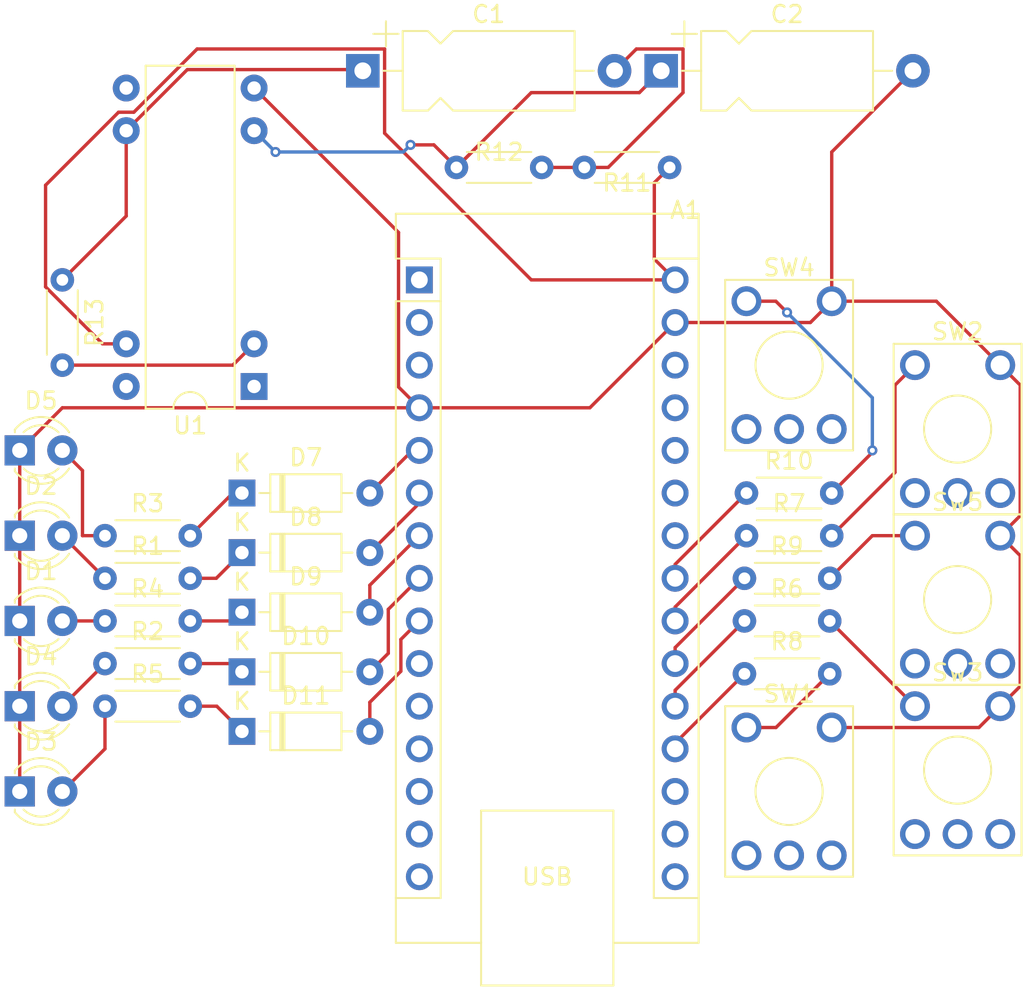
<source format=kicad_pcb>
(kicad_pcb (version 20221018) (generator pcbnew)
  (layers (0 "F.Cu" signal) (31 "B.Cu" signal) (34 "B.Paste" user) (35 "F.Paste" user) (36 "B.SilkS" user "B.Silkscreen") (37 "F.SilkS" user "F.Silkscreen") (38 "B.Mask" user) (39 "F.Mask" user) (44 "Edge.Cuts" user))
  (net 0 "")
  (net 4 "GND")
  (net 5 "Net-(A1-D2)")
  (net 6 "Net-(A1-D3)")
  (net 7 "Net-(A1-D4)")
  (net 8 "Net-(A1-D5)")
  (net 9 "Net-(A1-D6)")
  (net 19 "Net-(A1-A0)")
  (net 20 "Net-(A1-A1)")
  (net 21 "Net-(A1-A2)")
  (net 22 "Net-(A1-A3)")
  (net 23 "Net-(A1-SDA{slash}A4)")
  (net 29 "VCC")
  (net 30 "Net-(C1-Pad1)")
  (net 31 "Net-(C1-Pad2)")
  (net 32 "Net-(U1-+)")
  (net 33 "Net-(D1-A)")
  (net 34 "Net-(D2-A)")
  (net 35 "Net-(D3-A)")
  (net 36 "Net-(D4-A)")
  (net 37 "Net-(D5-A)")
  (net 38 "Net-(D7-K)")
  (net 39 "Net-(D8-K)")
  (net 40 "Net-(D9-K)")
  (net 41 "Net-(D10-K)")
  (net 42 "Net-(D11-K)")
  (net 43 "Net-(R6-Pad2)")
  (net 44 "Net-(R7-Pad2)")
  (net 45 "Net-(R8-Pad2)")
  (net 46 "Net-(R9-Pad2)")
  (net 47 "Net-(R10-Pad2)")
  (net 48 "Net-(U1--)")
  (footprint "Button_Switch_THT:KSA_Tactile_SPST" (layer "F.Cu") (at 152.4 66.04)
    (fp_text reference "SW2" (at 2.54 -2) (layer "F.SilkS"))
    (fp_text value "SW_Push")
    (fp_line (start -1.27 -1.27) (end -1.27 8.89) (stroke (width 0.12)) (layer "F.SilkS"))
    (fp_line (start -1.27 -1.27) (end 6.35 -1.27) (stroke (width 0.12)) (layer "F.SilkS"))
    (fp_line (start -1.27 8.89) (end 6.35 8.89) (stroke (width 0.12)) (layer "F.SilkS"))
    (fp_line (start 6.35 8.89) (end 6.35 -1.27) (stroke (width 0.12)) (layer "F.SilkS"))
    (fp_circle (center 2.54 3.81) (end 0.54 3.81) (stroke (width 0.12)) (fill none) (layer "F.SilkS"))
    (pad "1" thru_hole circle (at 0 0) (size 1.778 1.778) (drill 1.143) (layers "*.Cu" "*.Mask") (net 44 "Net-(R7-Pad2)"))
    (pad "2" thru_hole circle (at 5.08 0) (size 1.778 1.778) (drill 1.143) (layers "*.Cu" "*.Mask") (net 4 "GND"))
    (pad "3" thru_hole circle (at 5.08 7.62) (size 1.778 1.778) (drill 1.143) (layers "*.Cu" "*.Mask"))
    (pad "4" thru_hole circle (at 2.54 7.62) (size 1.778 1.778) (drill 1.143) (layers "*.Cu" "*.Mask"))
    (pad "5" thru_hole circle (at 0 7.62) (size 1.778 1.778) (drill 1.143) (layers "*.Cu" "*.Mask"))
  )
  (footprint "Resistor_THT:R_Axial_DIN0204_L3.6mm_D1.6mm_P5.08mm_Horizontal" (layer "F.Cu") (at 104.14 86.36)
    (fp_text reference "R5" (at 2.54 -1.92) (layer "F.SilkS"))
    (fp_text value "220")
    (fp_line (start 0.62 -0.92) (end 4.46 -0.92) (stroke (width 0.12)) (layer "F.SilkS"))
    (fp_line (start 0.62 0.92) (end 4.46 0.92) (stroke (width 0.12)) (layer "F.SilkS"))
    (pad "1" thru_hole circle (at 0 0) (size 1.4 1.4) (drill 0.7) (layers "*.Cu" "*.Mask") (net 35 "Net-(D3-A)"))
    (pad "2" thru_hole oval (at 5.08 0) (size 1.4 1.4) (drill 0.7) (layers "*.Cu" "*.Mask") (net 42 "Net-(D11-K)"))
  )
  (footprint "Resistor_THT:R_Axial_DIN0204_L3.6mm_D1.6mm_P5.08mm_Horizontal" (layer "F.Cu") (at 142.36 76.2)
    (fp_text reference "R7" (at 2.54 -1.92) (layer "F.SilkS"))
    (fp_text value "R")
    (fp_line (start 0.62 -0.92) (end 4.46 -0.92) (stroke (width 0.12)) (layer "F.SilkS"))
    (fp_line (start 0.62 0.92) (end 4.46 0.92) (stroke (width 0.12)) (layer "F.SilkS"))
    (pad "1" thru_hole circle (at 0 0) (size 1.4 1.4) (drill 0.7) (layers "*.Cu" "*.Mask") (net 22 "Net-(A1-A3)"))
    (pad "2" thru_hole oval (at 5.08 0) (size 1.4 1.4) (drill 0.7) (layers "*.Cu" "*.Mask") (net 44 "Net-(R7-Pad2)"))
  )
  (footprint "LED_THT:LED_D3.0mm_FlatTop" (layer "F.Cu") (at 99.06 91.44)
    (fp_text reference "D3" (at 1.27 -2.96) (layer "F.SilkS"))
    (fp_text value "LED")
    (fp_line (start -0.29 -1.236) (end -0.29 -1.08) (stroke (width 0.12)) (layer "F.SilkS"))
    (fp_line (start -0.29 1.08) (end -0.29 1.236) (stroke (width 0.12)) (layer "F.SilkS"))
    (fp_arc (start -0.29 -1.235516) (mid 1.366487 -1.987659) (end 2.942335 -1.078608) (stroke (width 0.12)) (layer "F.SilkS"))
    (fp_arc (start 0.229039 -1.08) (mid 1.270117 -1.5) (end 2.31113 -1.079837) (stroke (width 0.12)) (layer "F.SilkS"))
    (fp_arc (start 2.31113 1.079837) (mid 1.270117 1.5) (end 0.229039 1.08) (stroke (width 0.12)) (layer "F.SilkS"))
    (fp_arc (start 2.942335 1.078608) (mid 1.366487 1.987659) (end -0.29 1.235516) (stroke (width 0.12)) (layer "F.SilkS"))
    (pad "1" thru_hole rect (at 0 0) (size 1.8 1.8) (drill 0.9) (layers "*.Cu" "*.Mask") (net 4 "GND"))
    (pad "2" thru_hole circle (at 2.54 0) (size 1.8 1.8) (drill 0.9) (layers "*.Cu" "*.Mask") (net 35 "Net-(D3-A)"))
  )
  (footprint "Module:Arduino_Nano_WithMountingHoles" (layer "F.Cu") (at 122.87 60.96)
    (fp_text reference "A1" (at 15.86 -4.16) (layer "F.SilkS"))
    (fp_text value "Arduino_Nano_Every")
    (fp_text user "USB" (at 7.62 35.56 unlocked) (layer "F.SilkS"))
    (fp_line (start -1.4 -3.94) (end -1.4 -1.27) (stroke (width 0.12)) (layer "F.SilkS"))
    (fp_line (start -1.4 1.27) (end -1.4 39.5) (stroke (width 0.12)) (layer "F.SilkS"))
    (fp_line (start -1.4 39.5) (end 3.68 39.5) (stroke (width 0.12)) (layer "F.SilkS"))
    (fp_line (start 1.27 -1.27) (end -1.4 -1.27) (stroke (width 0.12)) (layer "F.SilkS"))
    (fp_line (start 1.27 1.27) (end -1.4 1.27) (stroke (width 0.12)) (layer "F.SilkS"))
    (fp_line (start 1.27 1.27) (end 1.27 -1.27) (stroke (width 0.12)) (layer "F.SilkS"))
    (fp_line (start 1.27 1.27) (end 1.27 36.83) (stroke (width 0.12)) (layer "F.SilkS"))
    (fp_line (start 1.27 36.83) (end -1.4 36.83) (stroke (width 0.12)) (layer "F.SilkS"))
    (fp_line (start 3.68 31.62) (end 11.56 31.62) (stroke (width 0.12)) (layer "F.SilkS"))
    (fp_line (start 3.68 42.04) (end 3.68 31.62) (stroke (width 0.12)) (layer "F.SilkS"))
    (fp_line (start 11.56 31.62) (end 11.56 42.04) (stroke (width 0.12)) (layer "F.SilkS"))
    (fp_line (start 11.56 42.04) (end 3.68 42.04) (stroke (width 0.12)) (layer "F.SilkS"))
    (fp_line (start 13.97 -1.27) (end 13.97 36.83) (stroke (width 0.12)) (layer "F.SilkS"))
    (fp_line (start 13.97 -1.27) (end 16.64 -1.27) (stroke (width 0.12)) (layer "F.SilkS"))
    (fp_line (start 13.97 36.83) (end 16.64 36.83) (stroke (width 0.12)) (layer "F.SilkS"))
    (fp_line (start 16.64 -3.94) (end -1.4 -3.94) (stroke (width 0.12)) (layer "F.SilkS"))
    (fp_line (start 16.64 39.5) (end 11.56 39.5) (stroke (width 0.12)) (layer "F.SilkS"))
    (fp_line (start 16.64 39.5) (end 16.64 -3.94) (stroke (width 0.12)) (layer "F.SilkS"))
    (pad "" np_thru_hole circle (at 0 -2.54) (size 1.78 1.78) (drill 1.78) (layers "*.Cu" "*.Mask"))
    (pad "" np_thru_hole circle (at 0 38.1) (size 1.78 1.78) (drill 1.78) (layers "*.Cu" "*.Mask"))
    (pad "" np_thru_hole circle (at 15.24 -2.54) (size 1.78 1.78) (drill 1.78) (layers "*.Cu" "*.Mask"))
    (pad "" np_thru_hole circle (at 15.24 38.1) (size 1.78 1.78) (drill 1.78) (layers "*.Cu" "*.Mask"))
    (pad "1" thru_hole rect (at 0 0) (size 1.6 1.6) (drill 1) (layers "*.Cu" "*.Mask"))
    (pad "2" thru_hole oval (at 0 2.54) (size 1.6 1.6) (drill 1) (layers "*.Cu" "*.Mask"))
    (pad "3" thru_hole oval (at 0 5.08) (size 1.6 1.6) (drill 1) (layers "*.Cu" "*.Mask"))
    (pad "4" thru_hole oval (at 0 7.62) (size 1.6 1.6) (drill 1) (layers "*.Cu" "*.Mask") (net 4 "GND"))
    (pad "5" thru_hole oval (at 0 10.16) (size 1.6 1.6) (drill 1) (layers "*.Cu" "*.Mask") (net 5 "Net-(A1-D2)"))
    (pad "6" thru_hole oval (at 0 12.7) (size 1.6 1.6) (drill 1) (layers "*.Cu" "*.Mask") (net 6 "Net-(A1-D3)"))
    (pad "7" thru_hole oval (at 0 15.24) (size 1.6 1.6) (drill 1) (layers "*.Cu" "*.Mask") (net 7 "Net-(A1-D4)"))
    (pad "8" thru_hole oval (at 0 17.78) (size 1.6 1.6) (drill 1) (layers "*.Cu" "*.Mask") (net 8 "Net-(A1-D5)"))
    (pad "9" thru_hole oval (at 0 20.32) (size 1.6 1.6) (drill 1) (layers "*.Cu" "*.Mask") (net 9 "Net-(A1-D6)"))
    (pad "10" thru_hole oval (at 0 22.86) (size 1.6 1.6) (drill 1) (layers "*.Cu" "*.Mask"))
    (pad "11" thru_hole oval (at 0 25.4) (size 1.6 1.6) (drill 1) (layers "*.Cu" "*.Mask"))
    (pad "12" thru_hole oval (at 0 27.94) (size 1.6 1.6) (drill 1) (layers "*.Cu" "*.Mask"))
    (pad "13" thru_hole oval (at 0 30.48) (size 1.6 1.6) (drill 1) (layers "*.Cu" "*.Mask"))
    (pad "14" thru_hole oval (at 0 33.02) (size 1.6 1.6) (drill 1) (layers "*.Cu" "*.Mask"))
    (pad "15" thru_hole oval (at 0 35.56) (size 1.6 1.6) (drill 1) (layers "*.Cu" "*.Mask"))
    (pad "16" thru_hole oval (at 15.24 35.56) (size 1.6 1.6) (drill 1) (layers "*.Cu" "*.Mask"))
    (pad "17" thru_hole oval (at 15.24 33.02) (size 1.6 1.6) (drill 1) (layers "*.Cu" "*.Mask"))
    (pad "18" thru_hole oval (at 15.24 30.48) (size 1.6 1.6) (drill 1) (layers "*.Cu" "*.Mask"))
    (pad "19" thru_hole oval (at 15.24 27.94) (size 1.6 1.6) (drill 1) (layers "*.Cu" "*.Mask") (net 19 "Net-(A1-A0)"))
    (pad "20" thru_hole oval (at 15.24 25.4) (size 1.6 1.6) (drill 1) (layers "*.Cu" "*.Mask") (net 20 "Net-(A1-A1)"))
    (pad "21" thru_hole oval (at 15.24 22.86) (size 1.6 1.6) (drill 1) (layers "*.Cu" "*.Mask") (net 21 "Net-(A1-A2)"))
    (pad "22" thru_hole oval (at 15.24 20.32) (size 1.6 1.6) (drill 1) (layers "*.Cu" "*.Mask") (net 22 "Net-(A1-A3)"))
    (pad "23" thru_hole oval (at 15.24 17.78) (size 1.6 1.6) (drill 1) (layers "*.Cu" "*.Mask") (net 23 "Net-(A1-SDA{slash}A4)"))
    (pad "24" thru_hole oval (at 15.24 15.24) (size 1.6 1.6) (drill 1) (layers "*.Cu" "*.Mask"))
    (pad "25" thru_hole oval (at 15.24 12.7) (size 1.6 1.6) (drill 1) (layers "*.Cu" "*.Mask"))
    (pad "26" thru_hole oval (at 15.24 10.16) (size 1.6 1.6) (drill 1) (layers "*.Cu" "*.Mask"))
    (pad "27" thru_hole oval (at 15.24 7.62) (size 1.6 1.6) (drill 1) (layers "*.Cu" "*.Mask"))
    (pad "28" thru_hole oval (at 15.24 5.08) (size 1.6 1.6) (drill 1) (layers "*.Cu" "*.Mask"))
    (pad "29" thru_hole oval (at 15.24 2.54) (size 1.6 1.6) (drill 1) (layers "*.Cu" "*.Mask") (net 4 "GND"))
    (pad "30" thru_hole oval (at 15.24 0) (size 1.6 1.6) (drill 1) (layers "*.Cu" "*.Mask") (net 29 "VCC"))
  )
  (footprint "Resistor_THT:R_Axial_DIN0204_L3.6mm_D1.6mm_P5.08mm_Horizontal" (layer "F.Cu") (at 104.14 76.2)
    (fp_text reference "R3" (at 2.54 -1.92) (layer "F.SilkS"))
    (fp_text value "220")
    (fp_line (start 0.62 -0.92) (end 4.46 -0.92) (stroke (width 0.12)) (layer "F.SilkS"))
    (fp_line (start 0.62 0.92) (end 4.46 0.92) (stroke (width 0.12)) (layer "F.SilkS"))
    (pad "1" thru_hole circle (at 0 0) (size 1.4 1.4) (drill 0.7) (layers "*.Cu" "*.Mask") (net 37 "Net-(D5-A)"))
    (pad "2" thru_hole oval (at 5.08 0) (size 1.4 1.4) (drill 0.7) (layers "*.Cu" "*.Mask") (net 38 "Net-(D7-K)"))
  )
  (footprint "Button_Switch_THT:KSA_Tactile_SPST" (layer "F.Cu") (at 152.4 76.2)
    (fp_text reference "SW5" (at 2.54 -2) (layer "F.SilkS"))
    (fp_text value "SW_Push")
    (fp_line (start -1.27 -1.27) (end -1.27 8.89) (stroke (width 0.12)) (layer "F.SilkS"))
    (fp_line (start -1.27 -1.27) (end 6.35 -1.27) (stroke (width 0.12)) (layer "F.SilkS"))
    (fp_line (start -1.27 8.89) (end 6.35 8.89) (stroke (width 0.12)) (layer "F.SilkS"))
    (fp_line (start 6.35 8.89) (end 6.35 -1.27) (stroke (width 0.12)) (layer "F.SilkS"))
    (fp_circle (center 2.54 3.81) (end 0.54 3.81) (stroke (width 0.12)) (fill none) (layer "F.SilkS"))
    (pad "1" thru_hole circle (at 0 0) (size 1.778 1.778) (drill 1.143) (layers "*.Cu" "*.Mask") (net 46 "Net-(R9-Pad2)"))
    (pad "2" thru_hole circle (at 5.08 0) (size 1.778 1.778) (drill 1.143) (layers "*.Cu" "*.Mask") (net 4 "GND"))
    (pad "3" thru_hole circle (at 5.08 7.62) (size 1.778 1.778) (drill 1.143) (layers "*.Cu" "*.Mask"))
    (pad "4" thru_hole circle (at 2.54 7.62) (size 1.778 1.778) (drill 1.143) (layers "*.Cu" "*.Mask"))
    (pad "5" thru_hole circle (at 0 7.62) (size 1.778 1.778) (drill 1.143) (layers "*.Cu" "*.Mask"))
  )
  (footprint "LED_THT:LED_D3.0mm_FlatTop" (layer "F.Cu") (at 99.06 71.12)
    (fp_text reference "D5" (at 1.27 -2.96) (layer "F.SilkS"))
    (fp_text value "LED")
    (fp_line (start -0.29 -1.236) (end -0.29 -1.08) (stroke (width 0.12)) (layer "F.SilkS"))
    (fp_line (start -0.29 1.08) (end -0.29 1.236) (stroke (width 0.12)) (layer "F.SilkS"))
    (fp_arc (start -0.29 -1.235516) (mid 1.366487 -1.987659) (end 2.942335 -1.078608) (stroke (width 0.12)) (layer "F.SilkS"))
    (fp_arc (start 0.229039 -1.08) (mid 1.270117 -1.5) (end 2.31113 -1.079837) (stroke (width 0.12)) (layer "F.SilkS"))
    (fp_arc (start 2.31113 1.079837) (mid 1.270117 1.5) (end 0.229039 1.08) (stroke (width 0.12)) (layer "F.SilkS"))
    (fp_arc (start 2.942335 1.078608) (mid 1.366487 1.987659) (end -0.29 1.235516) (stroke (width 0.12)) (layer "F.SilkS"))
    (pad "1" thru_hole rect (at 0 0) (size 1.8 1.8) (drill 0.9) (layers "*.Cu" "*.Mask") (net 4 "GND"))
    (pad "2" thru_hole circle (at 2.54 0) (size 1.8 1.8) (drill 0.9) (layers "*.Cu" "*.Mask") (net 37 "Net-(D5-A)"))
  )
  (footprint "Resistor_THT:R_Axial_DIN0204_L3.6mm_D1.6mm_P5.08mm_Horizontal" (layer "F.Cu") (at 104.14 78.74)
    (fp_text reference "R1" (at 2.54 -1.92) (layer "F.SilkS"))
    (fp_text value "220")
    (fp_line (start 0.62 -0.92) (end 4.46 -0.92) (stroke (width 0.12)) (layer "F.SilkS"))
    (fp_line (start 0.62 0.92) (end 4.46 0.92) (stroke (width 0.12)) (layer "F.SilkS"))
    (pad "1" thru_hole circle (at 0 0) (size 1.4 1.4) (drill 0.7) (layers "*.Cu" "*.Mask") (net 34 "Net-(D2-A)"))
    (pad "2" thru_hole oval (at 5.08 0) (size 1.4 1.4) (drill 0.7) (layers "*.Cu" "*.Mask") (net 39 "Net-(D8-K)"))
  )
  (footprint "Resistor_THT:R_Axial_DIN0204_L3.6mm_D1.6mm_P5.08mm_Horizontal" (layer "F.Cu") (at 104.14 81.28)
    (fp_text reference "R4" (at 2.54 -1.92) (layer "F.SilkS"))
    (fp_text value "220")
    (fp_line (start 0.62 -0.92) (end 4.46 -0.92) (stroke (width 0.12)) (layer "F.SilkS"))
    (fp_line (start 0.62 0.92) (end 4.46 0.92) (stroke (width 0.12)) (layer "F.SilkS"))
    (pad "1" thru_hole circle (at 0 0) (size 1.4 1.4) (drill 0.7) (layers "*.Cu" "*.Mask") (net 33 "Net-(D1-A)"))
    (pad "2" thru_hole oval (at 5.08 0) (size 1.4 1.4) (drill 0.7) (layers "*.Cu" "*.Mask") (net 40 "Net-(D9-K)"))
  )
  (footprint "Resistor_THT:R_Axial_DIN0204_L3.6mm_D1.6mm_P5.08mm_Horizontal" (layer "F.Cu") (at 142.24 81.28)
    (fp_text reference "R6" (at 2.54 -1.92) (layer "F.SilkS"))
    (fp_text value "R")
    (fp_line (start 0.62 -0.92) (end 4.46 -0.92) (stroke (width 0.12)) (layer "F.SilkS"))
    (fp_line (start 0.62 0.92) (end 4.46 0.92) (stroke (width 0.12)) (layer "F.SilkS"))
    (pad "1" thru_hole circle (at 0 0) (size 1.4 1.4) (drill 0.7) (layers "*.Cu" "*.Mask") (net 20 "Net-(A1-A1)"))
    (pad "2" thru_hole oval (at 5.08 0) (size 1.4 1.4) (drill 0.7) (layers "*.Cu" "*.Mask") (net 43 "Net-(R6-Pad2)"))
  )
  (footprint "Resistor_THT:R_Axial_DIN0204_L3.6mm_D1.6mm_P5.08mm_Horizontal" (layer "F.Cu") (at 104.14 83.82)
    (fp_text reference "R2" (at 2.54 -1.92) (layer "F.SilkS"))
    (fp_text value "220")
    (fp_line (start 0.62 -0.92) (end 4.46 -0.92) (stroke (width 0.12)) (layer "F.SilkS"))
    (fp_line (start 0.62 0.92) (end 4.46 0.92) (stroke (width 0.12)) (layer "F.SilkS"))
    (pad "1" thru_hole circle (at 0 0) (size 1.4 1.4) (drill 0.7) (layers "*.Cu" "*.Mask") (net 36 "Net-(D4-A)"))
    (pad "2" thru_hole oval (at 5.08 0) (size 1.4 1.4) (drill 0.7) (layers "*.Cu" "*.Mask") (net 41 "Net-(D10-K)"))
  )
  (footprint "Diode_THT:D_DO-35_SOD27_P7.62mm_Horizontal" (layer "F.Cu") (at 112.3 80.76)
    (fp_text reference "D9" (at 3.81 -2.12) (layer "F.SilkS"))
    (fp_text value "1N4148")
    (fp_text user "K" (at 0 -1.8) (layer "F.SilkS"))
    (fp_line (start 1.04 0) (end 1.69 0) (stroke (width 0.12)) (layer "F.SilkS"))
    (fp_line (start 1.69 -1.12) (end 1.69 1.12) (stroke (width 0.12)) (layer "F.SilkS"))
    (fp_line (start 1.69 1.12) (end 5.93 1.12) (stroke (width 0.12)) (layer "F.SilkS"))
    (fp_line (start 2.29 -1.12) (end 2.29 1.12) (stroke (width 0.12)) (layer "F.SilkS"))
    (fp_line (start 2.41 -1.12) (end 2.41 1.12) (stroke (width 0.12)) (layer "F.SilkS"))
    (fp_line (start 2.53 -1.12) (end 2.53 1.12) (stroke (width 0.12)) (layer "F.SilkS"))
    (fp_line (start 5.93 -1.12) (end 1.69 -1.12) (stroke (width 0.12)) (layer "F.SilkS"))
    (fp_line (start 5.93 1.12) (end 5.93 -1.12) (stroke (width 0.12)) (layer "F.SilkS"))
    (fp_line (start 6.58 0) (end 5.93 0) (stroke (width 0.12)) (layer "F.SilkS"))
    (pad "1" thru_hole rect (at 0 0) (size 1.6 1.6) (drill 0.8) (layers "*.Cu" "*.Mask") (net 40 "Net-(D9-K)"))
    (pad "2" thru_hole oval (at 7.62 0) (size 1.6 1.6) (drill 0.8) (layers "*.Cu" "*.Mask") (net 7 "Net-(A1-D4)"))
  )
  (footprint "Resistor_THT:R_Axial_DIN0204_L3.6mm_D1.6mm_P5.08mm_Horizontal" (layer "F.Cu") (at 142.24 78.74)
    (fp_text reference "R9" (at 2.54 -1.92) (layer "F.SilkS"))
    (fp_text value "R")
    (fp_line (start 0.62 -0.92) (end 4.46 -0.92) (stroke (width 0.12)) (layer "F.SilkS"))
    (fp_line (start 0.62 0.92) (end 4.46 0.92) (stroke (width 0.12)) (layer "F.SilkS"))
    (pad "1" thru_hole circle (at 0 0) (size 1.4 1.4) (drill 0.7) (layers "*.Cu" "*.Mask") (net 21 "Net-(A1-A2)"))
    (pad "2" thru_hole oval (at 5.08 0) (size 1.4 1.4) (drill 0.7) (layers "*.Cu" "*.Mask") (net 46 "Net-(R9-Pad2)"))
  )
  (footprint "Diode_THT:D_DO-35_SOD27_P7.62mm_Horizontal" (layer "F.Cu") (at 112.3 77.21)
    (fp_text reference "D8" (at 3.81 -2.12) (layer "F.SilkS"))
    (fp_text value "1N4148")
    (fp_text user "K" (at 0 -1.8) (layer "F.SilkS"))
    (fp_line (start 1.04 0) (end 1.69 0) (stroke (width 0.12)) (layer "F.SilkS"))
    (fp_line (start 1.69 -1.12) (end 1.69 1.12) (stroke (width 0.12)) (layer "F.SilkS"))
    (fp_line (start 1.69 1.12) (end 5.93 1.12) (stroke (width 0.12)) (layer "F.SilkS"))
    (fp_line (start 2.29 -1.12) (end 2.29 1.12) (stroke (width 0.12)) (layer "F.SilkS"))
    (fp_line (start 2.41 -1.12) (end 2.41 1.12) (stroke (width 0.12)) (layer "F.SilkS"))
    (fp_line (start 2.53 -1.12) (end 2.53 1.12) (stroke (width 0.12)) (layer "F.SilkS"))
    (fp_line (start 5.93 -1.12) (end 1.69 -1.12) (stroke (width 0.12)) (layer "F.SilkS"))
    (fp_line (start 5.93 1.12) (end 5.93 -1.12) (stroke (width 0.12)) (layer "F.SilkS"))
    (fp_line (start 6.58 0) (end 5.93 0) (stroke (width 0.12)) (layer "F.SilkS"))
    (pad "1" thru_hole rect (at 0 0) (size 1.6 1.6) (drill 0.8) (layers "*.Cu" "*.Mask") (net 39 "Net-(D8-K)"))
    (pad "2" thru_hole oval (at 7.62 0) (size 1.6 1.6) (drill 0.8) (layers "*.Cu" "*.Mask") (net 6 "Net-(A1-D3)"))
  )
  (footprint "Capacitor_THT:CP_Axial_L10.0mm_D4.5mm_P15.00mm_Horizontal" (layer "F.Cu") (at 119.5 48.5025)
    (fp_text reference "C1" (at 7.5 -3.37) (layer "F.SilkS"))
    (fp_text value "C")
    (fp_line (start 0.63 -2.2) (end 2.13 -2.2) (stroke (width 0.12)) (layer "F.SilkS"))
    (fp_line (start 1.24 0) (end 2.38 0) (stroke (width 0.12)) (layer "F.SilkS"))
    (fp_line (start 1.38 -2.95) (end 1.38 -1.45) (stroke (width 0.12)) (layer "F.SilkS"))
    (fp_line (start 2.38 -2.37) (end 2.38 2.37) (stroke (width 0.12)) (layer "F.SilkS"))
    (fp_line (start 2.38 -2.37) (end 3.88 -2.37) (stroke (width 0.12)) (layer "F.SilkS"))
    (fp_line (start 2.38 2.37) (end 3.88 2.37) (stroke (width 0.12)) (layer "F.SilkS"))
    (fp_line (start 3.88 -2.37) (end 4.63 -1.62) (stroke (width 0.12)) (layer "F.SilkS"))
    (fp_line (start 3.88 2.37) (end 4.63 1.62) (stroke (width 0.12)) (layer "F.SilkS"))
    (fp_line (start 4.63 -1.62) (end 5.38 -2.37) (stroke (width 0.12)) (layer "F.SilkS"))
    (fp_line (start 4.63 1.62) (end 5.38 2.37) (stroke (width 0.12)) (layer "F.SilkS"))
    (fp_line (start 5.38 -2.37) (end 12.62 -2.37) (stroke (width 0.12)) (layer "F.SilkS"))
    (fp_line (start 5.38 2.37) (end 12.62 2.37) (stroke (width 0.12)) (layer "F.SilkS"))
    (fp_line (start 12.62 -2.37) (end 12.62 2.37) (stroke (width 0.12)) (layer "F.SilkS"))
    (fp_line (start 13.76 0) (end 12.62 0) (stroke (width 0.12)) (layer "F.SilkS"))
    (pad "1" thru_hole rect (at 0 0) (size 2 2) (drill 1) (layers "*.Cu" "*.Mask") (net 30 "Net-(C1-Pad1)"))
    (pad "2" thru_hole oval (at 15 0) (size 2 2) (drill 1) (layers "*.Cu" "*.Mask") (net 31 "Net-(C1-Pad2)"))
  )
  (footprint "LED_THT:LED_D3.0mm_FlatTop" (layer "F.Cu") (at 99.06 86.36)
    (fp_text reference "D4" (at 1.27 -2.96) (layer "F.SilkS"))
    (fp_text value "LED")
    (fp_line (start -0.29 -1.236) (end -0.29 -1.08) (stroke (width 0.12)) (layer "F.SilkS"))
    (fp_line (start -0.29 1.08) (end -0.29 1.236) (stroke (width 0.12)) (layer "F.SilkS"))
    (fp_arc (start -0.29 -1.235516) (mid 1.366487 -1.987659) (end 2.942335 -1.078608) (stroke (width 0.12)) (layer "F.SilkS"))
    (fp_arc (start 0.229039 -1.08) (mid 1.270117 -1.5) (end 2.31113 -1.079837) (stroke (width 0.12)) (layer "F.SilkS"))
    (fp_arc (start 2.31113 1.079837) (mid 1.270117 1.5) (end 0.229039 1.08) (stroke (width 0.12)) (layer "F.SilkS"))
    (fp_arc (start 2.942335 1.078608) (mid 1.366487 1.987659) (end -0.29 1.235516) (stroke (width 0.12)) (layer "F.SilkS"))
    (pad "1" thru_hole rect (at 0 0) (size 1.8 1.8) (drill 0.9) (layers "*.Cu" "*.Mask") (net 4 "GND"))
    (pad "2" thru_hole circle (at 2.54 0) (size 1.8 1.8) (drill 0.9) (layers "*.Cu" "*.Mask") (net 36 "Net-(D4-A)"))
  )
  (footprint "LED_THT:LED_D3.0mm_FlatTop" (layer "F.Cu") (at 99.06 76.2)
    (fp_text reference "D2" (at 1.27 -2.96) (layer "F.SilkS"))
    (fp_text value "LED")
    (fp_line (start -0.29 -1.236) (end -0.29 -1.08) (stroke (width 0.12)) (layer "F.SilkS"))
    (fp_line (start -0.29 1.08) (end -0.29 1.236) (stroke (width 0.12)) (layer "F.SilkS"))
    (fp_arc (start -0.29 -1.235516) (mid 1.366487 -1.987659) (end 2.942335 -1.078608) (stroke (width 0.12)) (layer "F.SilkS"))
    (fp_arc (start 0.229039 -1.08) (mid 1.270117 -1.5) (end 2.31113 -1.079837) (stroke (width 0.12)) (layer "F.SilkS"))
    (fp_arc (start 2.31113 1.079837) (mid 1.270117 1.5) (end 0.229039 1.08) (stroke (width 0.12)) (layer "F.SilkS"))
    (fp_arc (start 2.942335 1.078608) (mid 1.366487 1.987659) (end -0.29 1.235516) (stroke (width 0.12)) (layer "F.SilkS"))
    (pad "1" thru_hole rect (at 0 0) (size 1.8 1.8) (drill 0.9) (layers "*.Cu" "*.Mask") (net 4 "GND"))
    (pad "2" thru_hole circle (at 2.54 0) (size 1.8 1.8) (drill 0.9) (layers "*.Cu" "*.Mask") (net 34 "Net-(D2-A)"))
  )
  (footprint "LED_THT:LED_D3.0mm_FlatTop" (layer "F.Cu") (at 99.06 81.28)
    (fp_text reference "D1" (at 1.27 -2.96) (layer "F.SilkS"))
    (fp_text value "LED")
    (fp_line (start -0.29 -1.236) (end -0.29 -1.08) (stroke (width 0.12)) (layer "F.SilkS"))
    (fp_line (start -0.29 1.08) (end -0.29 1.236) (stroke (width 0.12)) (layer "F.SilkS"))
    (fp_arc (start -0.29 -1.235516) (mid 1.366487 -1.987659) (end 2.942335 -1.078608) (stroke (width 0.12)) (layer "F.SilkS"))
    (fp_arc (start 0.229039 -1.08) (mid 1.270117 -1.5) (end 2.31113 -1.079837) (stroke (width 0.12)) (layer "F.SilkS"))
    (fp_arc (start 2.31113 1.079837) (mid 1.270117 1.5) (end 0.229039 1.08) (stroke (width 0.12)) (layer "F.SilkS"))
    (fp_arc (start 2.942335 1.078608) (mid 1.366487 1.987659) (end -0.29 1.235516) (stroke (width 0.12)) (layer "F.SilkS"))
    (pad "1" thru_hole rect (at 0 0) (size 1.8 1.8) (drill 0.9) (layers "*.Cu" "*.Mask") (net 4 "GND"))
    (pad "2" thru_hole circle (at 2.54 0) (size 1.8 1.8) (drill 0.9) (layers "*.Cu" "*.Mask") (net 33 "Net-(D1-A)"))
  )
  (footprint "Resistor_THT:R_Axial_DIN0204_L3.6mm_D1.6mm_P5.08mm_Horizontal" (layer "F.Cu") (at 125.08 54.26)
    (fp_text reference "R12" (at 2.54 -0.92) (layer "F.SilkS"))
    (fp_text value "R")
    (fp_line (start 0.62 -0.92) (end 4.46 -0.92) (stroke (width 0.12)) (layer "F.SilkS"))
    (fp_line (start 0.62 0.92) (end 4.46 0.92) (stroke (width 0.12)) (layer "F.SilkS"))
    (pad "1" thru_hole circle (at 0 0) (size 1.4 1.4) (drill 0.7) (layers "*.Cu" "*.Mask") (net 32 "Net-(U1-+)"))
    (pad "2" thru_hole oval (at 5.08 0) (size 1.4 1.4) (drill 0.7) (layers "*.Cu" "*.Mask") (net 31 "Net-(C1-Pad2)"))
  )
  (footprint "Package_DIP:DIP-8-16_W7.62mm" (layer "F.Cu") (at 113.025 67.31 180)
    (fp_text reference "U1" (at 3.81 -2.33) (layer "F.SilkS"))
    (fp_text value "LM741")
    (fp_line (start 1.16 -1.33) (end 1.16 19.11) (stroke (width 0.12)) (layer "F.SilkS"))
    (fp_line (start 1.16 19.11) (end 6.46 19.11) (stroke (width 0.12)) (layer "F.SilkS"))
    (fp_line (start 2.81 -1.33) (end 1.16 -1.33) (stroke (width 0.12)) (layer "F.SilkS"))
    (fp_line (start 6.46 -1.33) (end 4.81 -1.33) (stroke (width 0.12)) (layer "F.SilkS"))
    (fp_line (start 6.46 19.11) (end 6.46 -1.33) (stroke (width 0.12)) (layer "F.SilkS"))
    (fp_arc (start 4.81 -1.33) (mid 3.81 -0.33) (end 2.81 -1.33) (stroke (width 0.12)) (layer "F.SilkS"))
    (pad "1" thru_hole rect (at 0 0 180) (size 1.6 1.6) (drill 0.8) (layers "*.Cu" "*.Mask"))
    (pad "2" thru_hole circle (at 0 2.54 180) (size 1.6 1.6) (drill 0.8) (layers "*.Cu" "*.Mask") (net 48 "Net-(U1--)"))
    (pad "3" thru_hole circle (at 0 15.24 180) (size 1.6 1.6) (drill 0.8) (layers "*.Cu" "*.Mask") (net 32 "Net-(U1-+)"))
    (pad "4" thru_hole circle (at 0 17.78 180) (size 1.6 1.6) (drill 0.8) (layers "*.Cu" "*.Mask") (net 4 "GND"))
    (pad "5" thru_hole circle (at 7.62 17.78 180) (size 1.6 1.6) (drill 0.8) (layers "*.Cu" "*.Mask"))
    (pad "6" thru_hole circle (at 7.62 15.24 180) (size 1.6 1.6) (drill 0.8) (layers "*.Cu" "*.Mask") (net 30 "Net-(C1-Pad1)"))
    (pad "7" thru_hole circle (at 7.62 2.54 180) (size 1.6 1.6) (drill 0.8) (layers "*.Cu" "*.Mask") (net 29 "VCC"))
    (pad "8" thru_hole circle (at 7.62 0 180) (size 1.6 1.6) (drill 0.8) (layers "*.Cu" "*.Mask"))
  )
  (footprint "Resistor_THT:R_Axial_DIN0204_L3.6mm_D1.6mm_P5.08mm_Horizontal" (layer "F.Cu") (at 142.36 73.66)
    (fp_text reference "R10" (at 2.54 -1.92) (layer "F.SilkS"))
    (fp_text value "R")
    (fp_line (start 0.62 -0.92) (end 4.46 -0.92) (stroke (width 0.12)) (layer "F.SilkS"))
    (fp_line (start 0.62 0.92) (end 4.46 0.92) (stroke (width 0.12)) (layer "F.SilkS"))
    (pad "1" thru_hole circle (at 0 0) (size 1.4 1.4) (drill 0.7) (layers "*.Cu" "*.Mask") (net 23 "Net-(A1-SDA{slash}A4)"))
    (pad "2" thru_hole oval (at 5.08 0) (size 1.4 1.4) (drill 0.7) (layers "*.Cu" "*.Mask") (net 47 "Net-(R10-Pad2)"))
  )
  (footprint "Button_Switch_THT:KSA_Tactile_SPST" (layer "F.Cu") (at 142.36 87.63)
    (fp_text reference "SW1" (at 2.54 -2) (layer "F.SilkS"))
    (fp_text value "SW_Push")
    (fp_line (start -1.27 -1.27) (end -1.27 8.89) (stroke (width 0.12)) (layer "F.SilkS"))
    (fp_line (start -1.27 -1.27) (end 6.35 -1.27) (stroke (width 0.12)) (layer "F.SilkS"))
    (fp_line (start -1.27 8.89) (end 6.35 8.89) (stroke (width 0.12)) (layer "F.SilkS"))
    (fp_line (start 6.35 8.89) (end 6.35 -1.27) (stroke (width 0.12)) (layer "F.SilkS"))
    (fp_circle (center 2.54 3.81) (end 0.54 3.81) (stroke (width 0.12)) (fill none) (layer "F.SilkS"))
    (pad "1" thru_hole circle (at 0 0) (size 1.778 1.778) (drill 1.143) (layers "*.Cu" "*.Mask") (net 45 "Net-(R8-Pad2)"))
    (pad "2" thru_hole circle (at 5.08 0) (size 1.778 1.778) (drill 1.143) (layers "*.Cu" "*.Mask") (net 4 "GND"))
    (pad "3" thru_hole circle (at 5.08 7.62) (size 1.778 1.778) (drill 1.143) (layers "*.Cu" "*.Mask"))
    (pad "4" thru_hole circle (at 2.54 7.62) (size 1.778 1.778) (drill 1.143) (layers "*.Cu" "*.Mask"))
    (pad "5" thru_hole circle (at 0 7.62) (size 1.778 1.778) (drill 1.143) (layers "*.Cu" "*.Mask"))
  )
  (footprint "Capacitor_THT:CP_Axial_L10.0mm_D4.5mm_P15.00mm_Horizontal" (layer "F.Cu") (at 137.28 48.5025)
    (fp_text reference "C2" (at 7.5 -3.37) (layer "F.SilkS"))
    (fp_text value "C")
    (fp_line (start 0.63 -2.2) (end 2.13 -2.2) (stroke (width 0.12)) (layer "F.SilkS"))
    (fp_line (start 1.24 0) (end 2.38 0) (stroke (width 0.12)) (layer "F.SilkS"))
    (fp_line (start 1.38 -2.95) (end 1.38 -1.45) (stroke (width 0.12)) (layer "F.SilkS"))
    (fp_line (start 2.38 -2.37) (end 2.38 2.37) (stroke (width 0.12)) (layer "F.SilkS"))
    (fp_line (start 2.38 -2.37) (end 3.88 -2.37) (stroke (width 0.12)) (layer "F.SilkS"))
    (fp_line (start 2.38 2.37) (end 3.88 2.37) (stroke (width 0.12)) (layer "F.SilkS"))
    (fp_line (start 3.88 -2.37) (end 4.63 -1.62) (stroke (width 0.12)) (layer "F.SilkS"))
    (fp_line (start 3.88 2.37) (end 4.63 1.62) (stroke (width 0.12)) (layer "F.SilkS"))
    (fp_line (start 4.63 -1.62) (end 5.38 -2.37) (stroke (width 0.12)) (layer "F.SilkS"))
    (fp_line (start 4.63 1.62) (end 5.38 2.37) (stroke (width 0.12)) (layer "F.SilkS"))
    (fp_line (start 5.38 -2.37) (end 12.62 -2.37) (stroke (width 0.12)) (layer "F.SilkS"))
    (fp_line (start 5.38 2.37) (end 12.62 2.37) (stroke (width 0.12)) (layer "F.SilkS"))
    (fp_line (start 12.62 -2.37) (end 12.62 2.37) (stroke (width 0.12)) (layer "F.SilkS"))
    (fp_line (start 13.76 0) (end 12.62 0) (stroke (width 0.12)) (layer "F.SilkS"))
    (pad "1" thru_hole rect (at 0 0) (size 2 2) (drill 1) (layers "*.Cu" "*.Mask") (net 32 "Net-(U1-+)"))
    (pad "2" thru_hole oval (at 15 0) (size 2 2) (drill 1) (layers "*.Cu" "*.Mask") (net 4 "GND"))
  )
  (footprint "Resistor_THT:R_Axial_DIN0204_L3.6mm_D1.6mm_P5.08mm_Horizontal" (layer "F.Cu") (at 132.7 54.26)
    (fp_text reference "R11" (at 2.54 0.92) (layer "F.SilkS"))
    (fp_text value "R")
    (fp_line (start 0.62 -0.92) (end 4.46 -0.92) (stroke (width 0.12)) (layer "F.SilkS"))
    (fp_line (start 0.62 0.92) (end 4.46 0.92) (stroke (width 0.12)) (layer "F.SilkS"))
    (pad "1" thru_hole circle (at 0 0) (size 1.4 1.4) (drill 0.7) (layers "*.Cu" "*.Mask") (net 31 "Net-(C1-Pad2)"))
    (pad "2" thru_hole oval (at 5.08 0) (size 1.4 1.4) (drill 0.7) (layers "*.Cu" "*.Mask") (net 29 "VCC"))
  )
  (footprint "Resistor_THT:R_Axial_DIN0204_L3.6mm_D1.6mm_P5.08mm_Horizontal" (layer "F.Cu") (at 101.6 60.96 -90)
    (fp_text reference "R13" (at 2.54 -1.92 90) (layer "F.SilkS"))
    (fp_text value "R")
    (fp_line (start 0.62 -0.92) (end 4.46 -0.92) (stroke (width 0.12)) (layer "F.SilkS"))
    (fp_line (start 0.62 0.92) (end 4.46 0.92) (stroke (width 0.12)) (layer "F.SilkS"))
    (pad "1" thru_hole circle (at 0 0 270) (size 1.4 1.4) (drill 0.7) (layers "*.Cu" "*.Mask") (net 30 "Net-(C1-Pad1)"))
    (pad "2" thru_hole oval (at 5.08 0 270) (size 1.4 1.4) (drill 0.7) (layers "*.Cu" "*.Mask") (net 48 "Net-(U1--)"))
  )
  (footprint "Diode_THT:D_DO-35_SOD27_P7.62mm_Horizontal" (layer "F.Cu") (at 112.3 84.31)
    (fp_text reference "D10" (at 3.81 -2.12) (layer "F.SilkS"))
    (fp_text value "1N4148")
    (fp_text user "K" (at 0 -1.8) (layer "F.SilkS"))
    (fp_line (start 1.04 0) (end 1.69 0) (stroke (width 0.12)) (layer "F.SilkS"))
    (fp_line (start 1.69 -1.12) (end 1.69 1.12) (stroke (width 0.12)) (layer "F.SilkS"))
    (fp_line (start 1.69 1.12) (end 5.93 1.12) (stroke (width 0.12)) (layer "F.SilkS"))
    (fp_line (start 2.29 -1.12) (end 2.29 1.12) (stroke (width 0.12)) (layer "F.SilkS"))
    (fp_line (start 2.41 -1.12) (end 2.41 1.12) (stroke (width 0.12)) (layer "F.SilkS"))
    (fp_line (start 2.53 -1.12) (end 2.53 1.12) (stroke (width 0.12)) (layer "F.SilkS"))
    (fp_line (start 5.93 -1.12) (end 1.69 -1.12) (stroke (width 0.12)) (layer "F.SilkS"))
    (fp_line (start 5.93 1.12) (end 5.93 -1.12) (stroke (width 0.12)) (layer "F.SilkS"))
    (fp_line (start 6.58 0) (end 5.93 0) (stroke (width 0.12)) (layer "F.SilkS"))
    (pad "1" thru_hole rect (at 0 0) (size 1.6 1.6) (drill 0.8) (layers "*.Cu" "*.Mask") (net 41 "Net-(D10-K)"))
    (pad "2" thru_hole oval (at 7.62 0) (size 1.6 1.6) (drill 0.8) (layers "*.Cu" "*.Mask") (net 8 "Net-(A1-D5)"))
  )
  (footprint "Button_Switch_THT:KSA_Tactile_SPST" (layer "F.Cu") (at 152.4 86.36)
    (fp_text reference "SW3" (at 2.54 -2) (layer "F.SilkS"))
    (fp_text value "SW_Push")
    (fp_line (start -1.27 -1.27) (end -1.27 8.89) (stroke (width 0.12)) (layer "F.SilkS"))
    (fp_line (start -1.27 -1.27) (end 6.35 -1.27) (stroke (width 0.12)) (layer "F.SilkS"))
    (fp_line (start -1.27 8.89) (end 6.35 8.89) (stroke (width 0.12)) (layer "F.SilkS"))
    (fp_line (start 6.35 8.89) (end 6.35 -1.27) (stroke (width 0.12)) (layer "F.SilkS"))
    (fp_circle (center 2.54 3.81) (end 0.54 3.81) (stroke (width 0.12)) (fill none) (layer "F.SilkS"))
    (pad "1" thru_hole circle (at 0 0) (size 1.778 1.778) (drill 1.143) (layers "*.Cu" "*.Mask") (net 43 "Net-(R6-Pad2)"))
    (pad "2" thru_hole circle (at 5.08 0) (size 1.778 1.778) (drill 1.143) (layers "*.Cu" "*.Mask") (net 4 "GND"))
    (pad "3" thru_hole circle (at 5.08 7.62) (size 1.778 1.778) (drill 1.143) (layers "*.Cu" "*.Mask"))
    (pad "4" thru_hole circle (at 2.54 7.62) (size 1.778 1.778) (drill 1.143) (layers "*.Cu" "*.Mask"))
    (pad "5" thru_hole circle (at 0 7.62) (size 1.778 1.778) (drill 1.143) (layers "*.Cu" "*.Mask"))
  )
  (footprint "Diode_THT:D_DO-35_SOD27_P7.62mm_Horizontal" (layer "F.Cu") (at 112.3 87.86)
    (fp_text reference "D11" (at 3.81 -2.12) (layer "F.SilkS"))
    (fp_text value "1N4148")
    (fp_text user "K" (at 0 -1.8) (layer "F.SilkS"))
    (fp_line (start 1.04 0) (end 1.69 0) (stroke (width 0.12)) (layer "F.SilkS"))
    (fp_line (start 1.69 -1.12) (end 1.69 1.12) (stroke (width 0.12)) (layer "F.SilkS"))
    (fp_line (start 1.69 1.12) (end 5.93 1.12) (stroke (width 0.12)) (layer "F.SilkS"))
    (fp_line (start 2.29 -1.12) (end 2.29 1.12) (stroke (width 0.12)) (layer "F.SilkS"))
    (fp_line (start 2.41 -1.12) (end 2.41 1.12) (stroke (width 0.12)) (layer "F.SilkS"))
    (fp_line (start 2.53 -1.12) (end 2.53 1.12) (stroke (width 0.12)) (layer "F.SilkS"))
    (fp_line (start 5.93 -1.12) (end 1.69 -1.12) (stroke (width 0.12)) (layer "F.SilkS"))
    (fp_line (start 5.93 1.12) (end 5.93 -1.12) (stroke (width 0.12)) (layer "F.SilkS"))
    (fp_line (start 6.58 0) (end 5.93 0) (stroke (width 0.12)) (layer "F.SilkS"))
    (pad "1" thru_hole rect (at 0 0) (size 1.6 1.6) (drill 0.8) (layers "*.Cu" "*.Mask") (net 42 "Net-(D11-K)"))
    (pad "2" thru_hole oval (at 7.62 0) (size 1.6 1.6) (drill 0.8) (layers "*.Cu" "*.Mask") (net 9 "Net-(A1-D6)"))
  )
  (footprint "Diode_THT:D_DO-35_SOD27_P7.62mm_Horizontal" (layer "F.Cu") (at 112.3 73.66)
    (fp_text reference "D7" (at 3.81 -2.12) (layer "F.SilkS"))
    (fp_text value "1N4148")
    (fp_text user "K" (at 0 -1.8) (layer "F.SilkS"))
    (fp_line (start 1.04 0) (end 1.69 0) (stroke (width 0.12)) (layer "F.SilkS"))
    (fp_line (start 1.69 -1.12) (end 1.69 1.12) (stroke (width 0.12)) (layer "F.SilkS"))
    (fp_line (start 1.69 1.12) (end 5.93 1.12) (stroke (width 0.12)) (layer "F.SilkS"))
    (fp_line (start 2.29 -1.12) (end 2.29 1.12) (stroke (width 0.12)) (layer "F.SilkS"))
    (fp_line (start 2.41 -1.12) (end 2.41 1.12) (stroke (width 0.12)) (layer "F.SilkS"))
    (fp_line (start 2.53 -1.12) (end 2.53 1.12) (stroke (width 0.12)) (layer "F.SilkS"))
    (fp_line (start 5.93 -1.12) (end 1.69 -1.12) (stroke (width 0.12)) (layer "F.SilkS"))
    (fp_line (start 5.93 1.12) (end 5.93 -1.12) (stroke (width 0.12)) (layer "F.SilkS"))
    (fp_line (start 6.58 0) (end 5.93 0) (stroke (width 0.12)) (layer "F.SilkS"))
    (pad "1" thru_hole rect (at 0 0) (size 1.6 1.6) (drill 0.8) (layers "*.Cu" "*.Mask") (net 38 "Net-(D7-K)"))
    (pad "2" thru_hole oval (at 7.62 0) (size 1.6 1.6) (drill 0.8) (layers "*.Cu" "*.Mask") (net 5 "Net-(A1-D2)"))
  )
  (footprint "Resistor_THT:R_Axial_DIN0204_L3.6mm_D1.6mm_P5.08mm_Horizontal" (layer "F.Cu") (at 142.24 84.43)
    (fp_text reference "R8" (at 2.54 -1.92) (layer "F.SilkS"))
    (fp_text value "R")
    (fp_line (start 0.62 -0.92) (end 4.46 -0.92) (stroke (width 0.12)) (layer "F.SilkS"))
    (fp_line (start 0.62 0.92) (end 4.46 0.92) (stroke (width 0.12)) (layer "F.SilkS"))
    (pad "1" thru_hole circle (at 0 0) (size 1.4 1.4) (drill 0.7) (layers "*.Cu" "*.Mask") (net 19 "Net-(A1-A0)"))
    (pad "2" thru_hole oval (at 5.08 0) (size 1.4 1.4) (drill 0.7) (layers "*.Cu" "*.Mask") (net 45 "Net-(R8-Pad2)"))
  )
  (footprint "Button_Switch_THT:KSA_Tactile_SPST" (layer "F.Cu") (at 142.36 62.23)
    (fp_text reference "SW4" (at 2.54 -2) (layer "F.SilkS"))
    (fp_text value "SW_Push")
    (fp_line (start -1.27 -1.27) (end -1.27 8.89) (stroke (width 0.12)) (layer "F.SilkS"))
    (fp_line (start -1.27 -1.27) (end 6.35 -1.27) (stroke (width 0.12)) (layer "F.SilkS"))
    (fp_line (start -1.27 8.89) (end 6.35 8.89) (stroke (width 0.12)) (layer "F.SilkS"))
    (fp_line (start 6.35 8.89) (end 6.35 -1.27) (stroke (width 0.12)) (layer "F.SilkS"))
    (fp_circle (center 2.54 3.81) (end 0.54 3.81) (stroke (width 0.12)) (fill none) (layer "F.SilkS"))
    (pad "1" thru_hole circle (at 0 0) (size 1.778 1.778) (drill 1.143) (layers "*.Cu" "*.Mask") (net 47 "Net-(R10-Pad2)"))
    (pad "2" thru_hole circle (at 5.08 0) (size 1.778 1.778) (drill 1.143) (layers "*.Cu" "*.Mask") (net 4 "GND"))
    (pad "3" thru_hole circle (at 5.08 7.62) (size 1.778 1.778) (drill 1.143) (layers "*.Cu" "*.Mask"))
    (pad "4" thru_hole circle (at 2.54 7.62) (size 1.778 1.778) (drill 1.143) (layers "*.Cu" "*.Mask"))
    (pad "5" thru_hole circle (at 0 7.62) (size 1.778 1.778) (drill 1.143) (layers "*.Cu" "*.Mask"))
  )
  (segment (start 158.669 67.229) (end 158.669 75.011) (width 0.2) (layer "F.Cu") (net 4))
  (segment (start 157.48 76.2) (end 158.669 77.389) (width 0.2) (layer "F.Cu") (net 4))
  (segment (start 158.669 85.171) (end 157.48 86.36) (width 0.2) (layer "F.Cu") (net 4))
  (segment (start 133.03 68.58) (end 138.11 63.5) (width 0.2) (layer "F.Cu") (net 4))
  (segment (start 157.48 66.04) (end 153.67 62.23) (width 0.2) (layer "F.Cu") (net 4))
  (segment (start 99.06 81.28) (end 99.06 86.36) (width 0.2) (layer "F.Cu") (net 4))
  (segment (start 101.6 68.58) (end 99.06 71.12) (width 0.2) (layer "F.Cu") (net 4))
  (segment (start 158.669 75.011) (end 157.48 76.2) (width 0.2) (layer "F.Cu") (net 4))
  (segment (start 156.21 87.63) (end 157.48 86.36) (width 0.2) (layer "F.Cu") (net 4))
  (segment (start 121.63 67.34) (end 121.63 58.135) (width 0.2) (layer "F.Cu") (net 4))
  (segment (start 99.06 71.12) (end 99.06 76.2) (width 0.2) (layer "F.Cu") (net 4))
  (segment (start 99.06 86.36) (end 99.06 91.44) (width 0.2) (layer "F.Cu") (net 4))
  (segment (start 153.67 62.23) (end 147.44 62.23) (width 0.2) (layer "F.Cu") (net 4))
  (segment (start 147.44 87.63) (end 156.21 87.63) (width 0.2) (layer "F.Cu") (net 4))
  (segment (start 157.48 66.04) (end 158.669 67.229) (width 0.2) (layer "F.Cu") (net 4))
  (segment (start 146.17 63.5) (end 138.11 63.5) (width 0.2) (layer "F.Cu") (net 4))
  (segment (start 99.06 76.2) (end 99.06 81.28) (width 0.2) (layer "F.Cu") (net 4))
  (segment (start 121.63 58.135) (end 113.025 49.53) (width 0.2) (layer "F.Cu") (net 4))
  (segment (start 122.87 68.58) (end 101.6 68.58) (width 0.2) (layer "F.Cu") (net 4))
  (segment (start 147.44 62.23) (end 147.44 53.3425) (width 0.2) (layer "F.Cu") (net 4))
  (segment (start 122.87 68.58) (end 121.63 67.34) (width 0.2) (layer "F.Cu") (net 4))
  (segment (start 158.669 77.389) (end 158.669 85.171) (width 0.2) (layer "F.Cu") (net 4))
  (segment (start 122.87 68.58) (end 133.03 68.58) (width 0.2) (layer "F.Cu") (net 4))
  (segment (start 147.44 62.23) (end 146.17 63.5) (width 0.2) (layer "F.Cu") (net 4))
  (segment (start 147.44 53.3425) (end 152.28 48.5025) (width 0.2) (layer "F.Cu") (net 4))
  (segment (start 122.46 71.12) (end 122.87 71.12) (width 0.2) (layer "F.Cu") (net 5))
  (segment (start 119.92 73.66) (end 122.46 71.12) (width 0.2) (layer "F.Cu") (net 5))
  (segment (start 122.87 74.26) (end 122.87 73.66) (width 0.2) (layer "F.Cu") (net 6))
  (segment (start 119.92 77.21) (end 122.87 74.26) (width 0.2) (layer "F.Cu") (net 6))
  (segment (start 119.92 79.15) (end 122.87 76.2) (width 0.2) (layer "F.Cu") (net 7))
  (segment (start 119.92 80.76) (end 119.92 79.15) (width 0.2) (layer "F.Cu") (net 7))
  (segment (start 119.92 84.31) (end 121.02 83.21) (width 0.2) (layer "F.Cu") (net 8))
  (segment (start 121.02 83.21) (end 121.02 80.59) (width 0.2) (layer "F.Cu") (net 8))
  (segment (start 121.02 80.59) (end 122.87 78.74) (width 0.2) (layer "F.Cu") (net 8))
  (segment (start 119.92 86.125635) (end 121.77 84.275635) (width 0.2) (layer "F.Cu") (net 9))
  (segment (start 119.92 87.86) (end 119.92 86.125635) (width 0.2) (layer "F.Cu") (net 9))
  (segment (start 121.77 82.38) (end 122.87 81.28) (width 0.2) (layer "F.Cu") (net 9))
  (segment (start 121.77 84.275635) (end 121.77 82.38) (width 0.2) (layer "F.Cu") (net 9))
  (segment (start 138.11 88.56) (end 138.11 88.9) (width 0.2) (layer "F.Cu") (net 19))
  (segment (start 142.24 84.43) (end 138.11 88.56) (width 0.2) (layer "F.Cu") (net 19))
  (segment (start 138.11 85.41) (end 138.11 86.36) (width 0.2) (layer "F.Cu") (net 20))
  (segment (start 142.24 81.28) (end 138.11 85.41) (width 0.2) (layer "F.Cu") (net 20))
  (segment (start 142.24 78.74) (end 138.11 82.87) (width 0.2) (layer "F.Cu") (net 21))
  (segment (start 138.11 82.87) (end 138.11 83.82) (width 0.2) (layer "F.Cu") (net 21))
  (segment (start 138.11 80.45) (end 138.11 81.28) (width 0.2) (layer "F.Cu") (net 22))
  (segment (start 142.36 76.2) (end 138.11 80.45) (width 0.2) (layer "F.Cu") (net 22))
  (segment (start 142.36 73.66) (end 138.11 77.91) (width 0.2) (layer "F.Cu") (net 23))
  (segment (start 138.11 77.91) (end 138.11 78.74) (width 0.2) (layer "F.Cu") (net 23))
  (segment (start 120.8 47.2025) (end 120.8 52.22) (width 0.2) (layer "F.Cu") (net 29))
  (segment (start 104.949365 50.97) (end 105.860635 50.97) (width 0.2) (layer "F.Cu") (net 29))
  (segment (start 105.860635 50.97) (end 109.628135 47.2025) (width 0.2) (layer "F.Cu") (net 29))
  (segment (start 136.87 55.17) (end 136.87 59.72) (width 0.2) (layer "F.Cu") (net 29))
  (segment (start 100.6 55.319365) (end 104.949365 50.97) (width 0.2) (layer "F.Cu") (net 29))
  (segment (start 129.54 60.96) (end 138.11 60.96) (width 0.2) (layer "F.Cu") (net 29))
  (segment (start 136.87 59.72) (end 138.11 60.96) (width 0.2) (layer "F.Cu") (net 29))
  (segment (start 137.78 54.26) (end 136.87 55.17) (width 0.2) (layer "F.Cu") (net 29))
  (segment (start 120.8 52.22) (end 129.54 60.96) (width 0.2) (layer "F.Cu") (net 29))
  (segment (start 103.995786 64.77) (end 100.6 61.374214) (width 0.2) (layer "F.Cu") (net 29))
  (segment (start 100.6 61.374214) (end 100.6 55.319365) (width 0.2) (layer "F.Cu") (net 29))
  (segment (start 109.628135 47.2025) (end 120.8 47.2025) (width 0.2) (layer "F.Cu") (net 29))
  (segment (start 105.405 64.77) (end 103.995786 64.77) (width 0.2) (layer "F.Cu") (net 29))
  (segment (start 105.405 57.155) (end 101.6 60.96) (width 0.2) (layer "F.Cu") (net 30))
  (segment (start 119.4275 48.43) (end 119.5 48.5025) (width 0.2) (layer "F.Cu") (net 30))
  (segment (start 105.405 52.07) (end 109.045 48.43) (width 0.2) (layer "F.Cu") (net 30))
  (segment (start 109.045 48.43) (end 119.4275 48.43) (width 0.2) (layer "F.Cu") (net 30))
  (segment (start 105.405 52.07) (end 105.405 57.155) (width 0.2) (layer "F.Cu") (net 30))
  (segment (start 138.58 49.8025) (end 134.1225 54.26) (width 0.2) (layer "F.Cu") (net 31))
  (segment (start 134.5 48.5025) (end 135.8 47.2025) (width 0.2) (layer "F.Cu") (net 31))
  (segment (start 134.1225 54.26) (end 132.7 54.26) (width 0.2) (layer "F.Cu") (net 31))
  (segment (start 132.7 54.26) (end 130.16 54.26) (width 0.2) (layer "F.Cu") (net 31))
  (segment (start 135.8 47.2025) (end 138.58 47.2025) (width 0.2) (layer "F.Cu") (net 31))
  (segment (start 138.58 47.2025) (end 138.58 49.8025) (width 0.2) (layer "F.Cu") (net 31))
  (segment (start 123.736089 52.916089) (end 122.343911 52.916089) (width 0.2) (layer "F.Cu") (net 32))
  (segment (start 137.28 48.5025) (end 135.98 49.8025) (width 0.2) (layer "F.Cu") (net 32))
  (segment (start 135.98 49.8025) (end 129.5375 49.8025) (width 0.2) (layer "F.Cu") (net 32))
  (segment (start 129.5375 49.8025) (end 125.08 54.26) (width 0.2) (layer "F.Cu") (net 32))
  (segment (start 125.08 54.26) (end 123.736089 52.916089) (width 0.2) (layer "F.Cu") (net 32))
  (segment (start 125.08 54.26) (end 126.5 52.84) (width 0.2) (layer "F.Cu") (net 32))
  (via (at 114.3 53.34) (size 0.6) (drill 0.3) (layers "F.Cu" "B.Cu") (net 32))
  (via (at 122.343911 52.916089) (size 0.6) (drill 0.3) (layers "F.Cu" "B.Cu") (net 32))
  (segment (start 122.343911 52.916089) (end 121.92 53.34) (width 0.2) (layer "B.Cu") (net 32))
  (segment (start 114.3 53.34) (end 114.295 53.34) (width 0.2) (layer "B.Cu") (net 32))
  (segment (start 114.295 53.34) (end 113.025 52.07) (width 0.2) (layer "B.Cu") (net 32))
  (segment (start 121.92 53.34) (end 114.3 53.34) (width 0.2) (layer "B.Cu") (net 32))
  (segment (start 101.6 81.28) (end 104.14 81.28) (width 0.2) (layer "F.Cu") (net 33))
  (segment (start 101.6 76.2) (end 104.14 78.74) (width 0.2) (layer "F.Cu") (net 34))
  (segment (start 101.6 91.44) (end 104.14 88.9) (width 0.2) (layer "F.Cu") (net 35))
  (segment (start 104.14 88.9) (end 104.14 86.36) (width 0.2) (layer "F.Cu") (net 35))
  (segment (start 101.6 86.36) (end 104.14 83.82) (width 0.2) (layer "F.Cu") (net 36))
  (segment (start 102.8 72.32) (end 101.6 71.12) (width 0.2) (layer "F.Cu") (net 37))
  (segment (start 104.14 76.2) (end 102.8 76.2) (width 0.2) (layer "F.Cu") (net 37))
  (segment (start 102.8 76.2) (end 102.8 72.32) (width 0.2) (layer "F.Cu") (net 37))
  (segment (start 111.76 73.66) (end 112.3 73.66) (width 0.2) (layer "F.Cu") (net 38))
  (segment (start 109.22 76.2) (end 111.76 73.66) (width 0.2) (layer "F.Cu") (net 38))
  (segment (start 110.77 78.74) (end 112.3 77.21) (width 0.2) (layer "F.Cu") (net 39))
  (segment (start 109.22 78.74) (end 110.77 78.74) (width 0.2) (layer "F.Cu") (net 39))
  (segment (start 109.22 81.28) (end 111.78 81.28) (width 0.2) (layer "F.Cu") (net 40))
  (segment (start 111.78 81.28) (end 112.3 80.76) (width 0.2) (layer "F.Cu") (net 40))
  (segment (start 111.81 83.82) (end 112.3 84.31) (width 0.2) (layer "F.Cu") (net 41))
  (segment (start 109.22 83.82) (end 111.81 83.82) (width 0.2) (layer "F.Cu") (net 41))
  (segment (start 110.8 86.36) (end 112.3 87.86) (width 0.2) (layer "F.Cu") (net 42))
  (segment (start 109.22 86.36) (end 110.8 86.36) (width 0.2) (layer "F.Cu") (net 42))
  (segment (start 152.4 86.36) (end 147.32 81.28) (width 0.2) (layer "F.Cu") (net 43))
  (segment (start 152.4 66.04) (end 151.211 67.229) (width 0.2) (layer "F.Cu") (net 44))
  (segment (start 151.211 67.229) (end 151.211 72.429) (width 0.2) (layer "F.Cu") (net 44))
  (segment (start 151.211 72.429) (end 147.44 76.2) (width 0.2) (layer "F.Cu") (net 44))
  (segment (start 144.12 87.63) (end 147.32 84.43) (width 0.2) (layer "F.Cu") (net 45))
  (segment (start 142.36 87.63) (end 144.12 87.63) (width 0.2) (layer "F.Cu") (net 45))
  (segment (start 149.86 76.2) (end 147.32 78.74) (width 0.2) (layer "F.Cu") (net 46))
  (segment (start 152.4 76.2) (end 149.86 76.2) (width 0.2) (layer "F.Cu") (net 46))
  (segment (start 144.1095 62.23) (end 144.78 62.9005) (width 0.2) (layer "F.Cu") (net 47))
  (segment (start 149.86 71.12) (end 149.86 71.24) (width 0.2) (layer "F.Cu") (net 47))
  (segment (start 149.86 71.24) (end 147.44 73.66) (width 0.2) (layer "F.Cu") (net 47))
  (segment (start 142.36 62.23) (end 144.1095 62.23) (width 0.2) (layer "F.Cu") (net 47))
  (via (at 144.78 62.9005) (size 0.6) (drill 0.3) (layers "F.Cu" "B.Cu") (net 47))
  (via (at 149.86 71.12) (size 0.6) (drill 0.3) (layers "F.Cu" "B.Cu") (net 47))
  (segment (start 149.86 67.9805) (end 149.86 71.12) (width 0.2) (layer "B.Cu") (net 47))
  (segment (start 144.78 62.9005) (end 149.86 67.9805) (width 0.2) (layer "B.Cu") (net 47))
  (segment (start 111.755 66.04) (end 113.025 64.77) (width 0.2) (layer "F.Cu") (net 48))
  (segment (start 101.6 66.04) (end 111.755 66.04) (width 0.2) (layer "F.Cu") (net 48))
)
</source>
